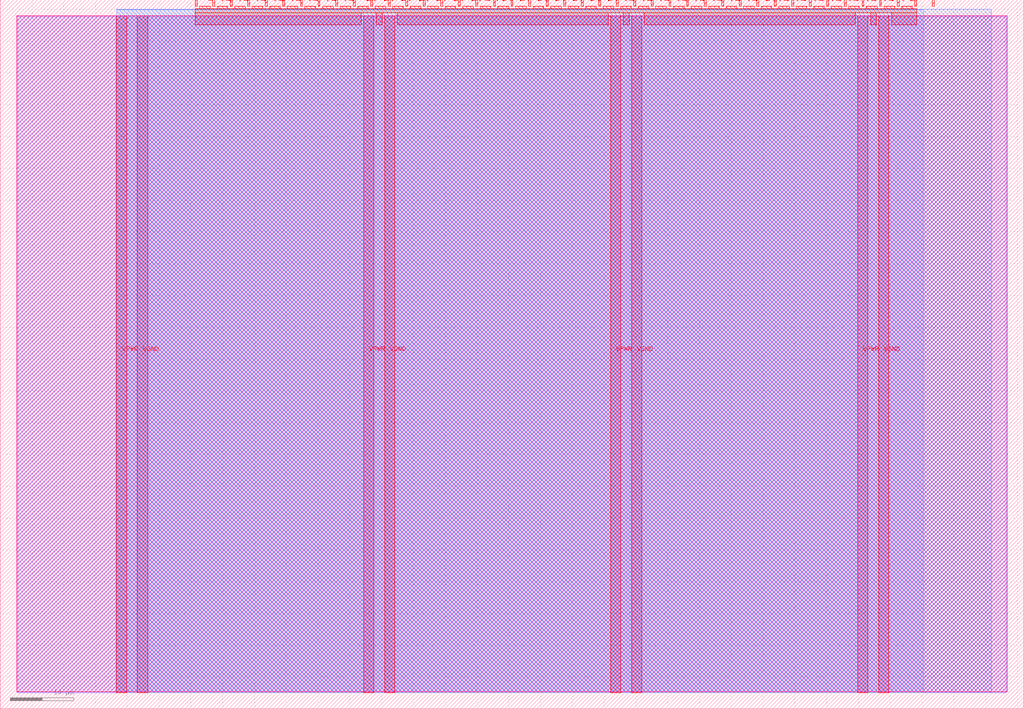
<source format=lef>
VERSION 5.7 ;
  NOWIREEXTENSIONATPIN ON ;
  DIVIDERCHAR "/" ;
  BUSBITCHARS "[]" ;
MACRO tt_um_wokwi_442977436543634433
  CLASS BLOCK ;
  FOREIGN tt_um_wokwi_442977436543634433 ;
  ORIGIN 0.000 0.000 ;
  SIZE 161.000 BY 111.520 ;
  PIN VGND
    DIRECTION INOUT ;
    USE GROUND ;
    PORT
      LAYER met4 ;
        RECT 21.580 2.480 23.180 109.040 ;
    END
    PORT
      LAYER met4 ;
        RECT 60.450 2.480 62.050 109.040 ;
    END
    PORT
      LAYER met4 ;
        RECT 99.320 2.480 100.920 109.040 ;
    END
    PORT
      LAYER met4 ;
        RECT 138.190 2.480 139.790 109.040 ;
    END
  END VGND
  PIN VPWR
    DIRECTION INOUT ;
    USE POWER ;
    PORT
      LAYER met4 ;
        RECT 18.280 2.480 19.880 109.040 ;
    END
    PORT
      LAYER met4 ;
        RECT 57.150 2.480 58.750 109.040 ;
    END
    PORT
      LAYER met4 ;
        RECT 96.020 2.480 97.620 109.040 ;
    END
    PORT
      LAYER met4 ;
        RECT 134.890 2.480 136.490 109.040 ;
    END
  END VPWR
  PIN clk
    DIRECTION INPUT ;
    USE SIGNAL ;
    ANTENNAGATEAREA 0.159000 ;
    PORT
      LAYER met4 ;
        RECT 143.830 110.520 144.130 111.520 ;
    END
  END clk
  PIN ena
    DIRECTION INPUT ;
    USE SIGNAL ;
    PORT
      LAYER met4 ;
        RECT 146.590 110.520 146.890 111.520 ;
    END
  END ena
  PIN rst_n
    DIRECTION INPUT ;
    USE SIGNAL ;
    PORT
      LAYER met4 ;
        RECT 141.070 110.520 141.370 111.520 ;
    END
  END rst_n
  PIN ui_in[0]
    DIRECTION INPUT ;
    USE SIGNAL ;
    PORT
      LAYER met4 ;
        RECT 138.310 110.520 138.610 111.520 ;
    END
  END ui_in[0]
  PIN ui_in[1]
    DIRECTION INPUT ;
    USE SIGNAL ;
    PORT
      LAYER met4 ;
        RECT 135.550 110.520 135.850 111.520 ;
    END
  END ui_in[1]
  PIN ui_in[2]
    DIRECTION INPUT ;
    USE SIGNAL ;
    PORT
      LAYER met4 ;
        RECT 132.790 110.520 133.090 111.520 ;
    END
  END ui_in[2]
  PIN ui_in[3]
    DIRECTION INPUT ;
    USE SIGNAL ;
    PORT
      LAYER met4 ;
        RECT 130.030 110.520 130.330 111.520 ;
    END
  END ui_in[3]
  PIN ui_in[4]
    DIRECTION INPUT ;
    USE SIGNAL ;
    PORT
      LAYER met4 ;
        RECT 127.270 110.520 127.570 111.520 ;
    END
  END ui_in[4]
  PIN ui_in[5]
    DIRECTION INPUT ;
    USE SIGNAL ;
    PORT
      LAYER met4 ;
        RECT 124.510 110.520 124.810 111.520 ;
    END
  END ui_in[5]
  PIN ui_in[6]
    DIRECTION INPUT ;
    USE SIGNAL ;
    PORT
      LAYER met4 ;
        RECT 121.750 110.520 122.050 111.520 ;
    END
  END ui_in[6]
  PIN ui_in[7]
    DIRECTION INPUT ;
    USE SIGNAL ;
    PORT
      LAYER met4 ;
        RECT 118.990 110.520 119.290 111.520 ;
    END
  END ui_in[7]
  PIN uio_in[0]
    DIRECTION INPUT ;
    USE SIGNAL ;
    PORT
      LAYER met4 ;
        RECT 116.230 110.520 116.530 111.520 ;
    END
  END uio_in[0]
  PIN uio_in[1]
    DIRECTION INPUT ;
    USE SIGNAL ;
    PORT
      LAYER met4 ;
        RECT 113.470 110.520 113.770 111.520 ;
    END
  END uio_in[1]
  PIN uio_in[2]
    DIRECTION INPUT ;
    USE SIGNAL ;
    PORT
      LAYER met4 ;
        RECT 110.710 110.520 111.010 111.520 ;
    END
  END uio_in[2]
  PIN uio_in[3]
    DIRECTION INPUT ;
    USE SIGNAL ;
    PORT
      LAYER met4 ;
        RECT 107.950 110.520 108.250 111.520 ;
    END
  END uio_in[3]
  PIN uio_in[4]
    DIRECTION INPUT ;
    USE SIGNAL ;
    PORT
      LAYER met4 ;
        RECT 105.190 110.520 105.490 111.520 ;
    END
  END uio_in[4]
  PIN uio_in[5]
    DIRECTION INPUT ;
    USE SIGNAL ;
    PORT
      LAYER met4 ;
        RECT 102.430 110.520 102.730 111.520 ;
    END
  END uio_in[5]
  PIN uio_in[6]
    DIRECTION INPUT ;
    USE SIGNAL ;
    PORT
      LAYER met4 ;
        RECT 99.670 110.520 99.970 111.520 ;
    END
  END uio_in[6]
  PIN uio_in[7]
    DIRECTION INPUT ;
    USE SIGNAL ;
    PORT
      LAYER met4 ;
        RECT 96.910 110.520 97.210 111.520 ;
    END
  END uio_in[7]
  PIN uio_oe[0]
    DIRECTION OUTPUT ;
    USE SIGNAL ;
    PORT
      LAYER met4 ;
        RECT 49.990 110.520 50.290 111.520 ;
    END
  END uio_oe[0]
  PIN uio_oe[1]
    DIRECTION OUTPUT ;
    USE SIGNAL ;
    PORT
      LAYER met4 ;
        RECT 47.230 110.520 47.530 111.520 ;
    END
  END uio_oe[1]
  PIN uio_oe[2]
    DIRECTION OUTPUT ;
    USE SIGNAL ;
    PORT
      LAYER met4 ;
        RECT 44.470 110.520 44.770 111.520 ;
    END
  END uio_oe[2]
  PIN uio_oe[3]
    DIRECTION OUTPUT ;
    USE SIGNAL ;
    PORT
      LAYER met4 ;
        RECT 41.710 110.520 42.010 111.520 ;
    END
  END uio_oe[3]
  PIN uio_oe[4]
    DIRECTION OUTPUT ;
    USE SIGNAL ;
    PORT
      LAYER met4 ;
        RECT 38.950 110.520 39.250 111.520 ;
    END
  END uio_oe[4]
  PIN uio_oe[5]
    DIRECTION OUTPUT ;
    USE SIGNAL ;
    PORT
      LAYER met4 ;
        RECT 36.190 110.520 36.490 111.520 ;
    END
  END uio_oe[5]
  PIN uio_oe[6]
    DIRECTION OUTPUT ;
    USE SIGNAL ;
    PORT
      LAYER met4 ;
        RECT 33.430 110.520 33.730 111.520 ;
    END
  END uio_oe[6]
  PIN uio_oe[7]
    DIRECTION OUTPUT ;
    USE SIGNAL ;
    PORT
      LAYER met4 ;
        RECT 30.670 110.520 30.970 111.520 ;
    END
  END uio_oe[7]
  PIN uio_out[0]
    DIRECTION OUTPUT ;
    USE SIGNAL ;
    PORT
      LAYER met4 ;
        RECT 72.070 110.520 72.370 111.520 ;
    END
  END uio_out[0]
  PIN uio_out[1]
    DIRECTION OUTPUT ;
    USE SIGNAL ;
    PORT
      LAYER met4 ;
        RECT 69.310 110.520 69.610 111.520 ;
    END
  END uio_out[1]
  PIN uio_out[2]
    DIRECTION OUTPUT ;
    USE SIGNAL ;
    PORT
      LAYER met4 ;
        RECT 66.550 110.520 66.850 111.520 ;
    END
  END uio_out[2]
  PIN uio_out[3]
    DIRECTION OUTPUT ;
    USE SIGNAL ;
    PORT
      LAYER met4 ;
        RECT 63.790 110.520 64.090 111.520 ;
    END
  END uio_out[3]
  PIN uio_out[4]
    DIRECTION OUTPUT ;
    USE SIGNAL ;
    PORT
      LAYER met4 ;
        RECT 61.030 110.520 61.330 111.520 ;
    END
  END uio_out[4]
  PIN uio_out[5]
    DIRECTION OUTPUT ;
    USE SIGNAL ;
    PORT
      LAYER met4 ;
        RECT 58.270 110.520 58.570 111.520 ;
    END
  END uio_out[5]
  PIN uio_out[6]
    DIRECTION OUTPUT ;
    USE SIGNAL ;
    PORT
      LAYER met4 ;
        RECT 55.510 110.520 55.810 111.520 ;
    END
  END uio_out[6]
  PIN uio_out[7]
    DIRECTION OUTPUT ;
    USE SIGNAL ;
    PORT
      LAYER met4 ;
        RECT 52.750 110.520 53.050 111.520 ;
    END
  END uio_out[7]
  PIN uo_out[0]
    DIRECTION OUTPUT ;
    USE SIGNAL ;
    ANTENNADIFFAREA 0.445500 ;
    PORT
      LAYER met4 ;
        RECT 94.150 110.520 94.450 111.520 ;
    END
  END uo_out[0]
  PIN uo_out[1]
    DIRECTION OUTPUT ;
    USE SIGNAL ;
    PORT
      LAYER met4 ;
        RECT 91.390 110.520 91.690 111.520 ;
    END
  END uo_out[1]
  PIN uo_out[2]
    DIRECTION OUTPUT ;
    USE SIGNAL ;
    ANTENNADIFFAREA 0.445500 ;
    PORT
      LAYER met4 ;
        RECT 88.630 110.520 88.930 111.520 ;
    END
  END uo_out[2]
  PIN uo_out[3]
    DIRECTION OUTPUT ;
    USE SIGNAL ;
    ANTENNADIFFAREA 0.445500 ;
    PORT
      LAYER met4 ;
        RECT 85.870 110.520 86.170 111.520 ;
    END
  END uo_out[3]
  PIN uo_out[4]
    DIRECTION OUTPUT ;
    USE SIGNAL ;
    ANTENNADIFFAREA 0.445500 ;
    PORT
      LAYER met4 ;
        RECT 83.110 110.520 83.410 111.520 ;
    END
  END uo_out[4]
  PIN uo_out[5]
    DIRECTION OUTPUT ;
    USE SIGNAL ;
    ANTENNADIFFAREA 0.445500 ;
    PORT
      LAYER met4 ;
        RECT 80.350 110.520 80.650 111.520 ;
    END
  END uo_out[5]
  PIN uo_out[6]
    DIRECTION OUTPUT ;
    USE SIGNAL ;
    ANTENNADIFFAREA 0.445500 ;
    PORT
      LAYER met4 ;
        RECT 77.590 110.520 77.890 111.520 ;
    END
  END uo_out[6]
  PIN uo_out[7]
    DIRECTION OUTPUT ;
    USE SIGNAL ;
    PORT
      LAYER met4 ;
        RECT 74.830 110.520 75.130 111.520 ;
    END
  END uo_out[7]
  OBS
      LAYER nwell ;
        RECT 2.570 2.635 158.430 108.990 ;
      LAYER li1 ;
        RECT 2.760 2.635 158.240 108.885 ;
      LAYER met1 ;
        RECT 2.760 2.480 158.240 109.040 ;
      LAYER met2 ;
        RECT 18.310 2.535 155.840 110.005 ;
      LAYER met3 ;
        RECT 18.290 2.555 145.295 109.985 ;
      LAYER met4 ;
        RECT 31.370 110.120 33.030 110.520 ;
        RECT 34.130 110.120 35.790 110.520 ;
        RECT 36.890 110.120 38.550 110.520 ;
        RECT 39.650 110.120 41.310 110.520 ;
        RECT 42.410 110.120 44.070 110.520 ;
        RECT 45.170 110.120 46.830 110.520 ;
        RECT 47.930 110.120 49.590 110.520 ;
        RECT 50.690 110.120 52.350 110.520 ;
        RECT 53.450 110.120 55.110 110.520 ;
        RECT 56.210 110.120 57.870 110.520 ;
        RECT 58.970 110.120 60.630 110.520 ;
        RECT 61.730 110.120 63.390 110.520 ;
        RECT 64.490 110.120 66.150 110.520 ;
        RECT 67.250 110.120 68.910 110.520 ;
        RECT 70.010 110.120 71.670 110.520 ;
        RECT 72.770 110.120 74.430 110.520 ;
        RECT 75.530 110.120 77.190 110.520 ;
        RECT 78.290 110.120 79.950 110.520 ;
        RECT 81.050 110.120 82.710 110.520 ;
        RECT 83.810 110.120 85.470 110.520 ;
        RECT 86.570 110.120 88.230 110.520 ;
        RECT 89.330 110.120 90.990 110.520 ;
        RECT 92.090 110.120 93.750 110.520 ;
        RECT 94.850 110.120 96.510 110.520 ;
        RECT 97.610 110.120 99.270 110.520 ;
        RECT 100.370 110.120 102.030 110.520 ;
        RECT 103.130 110.120 104.790 110.520 ;
        RECT 105.890 110.120 107.550 110.520 ;
        RECT 108.650 110.120 110.310 110.520 ;
        RECT 111.410 110.120 113.070 110.520 ;
        RECT 114.170 110.120 115.830 110.520 ;
        RECT 116.930 110.120 118.590 110.520 ;
        RECT 119.690 110.120 121.350 110.520 ;
        RECT 122.450 110.120 124.110 110.520 ;
        RECT 125.210 110.120 126.870 110.520 ;
        RECT 127.970 110.120 129.630 110.520 ;
        RECT 130.730 110.120 132.390 110.520 ;
        RECT 133.490 110.120 135.150 110.520 ;
        RECT 136.250 110.120 137.910 110.520 ;
        RECT 139.010 110.120 140.670 110.520 ;
        RECT 141.770 110.120 143.430 110.520 ;
        RECT 30.655 109.440 144.145 110.120 ;
        RECT 30.655 107.615 56.750 109.440 ;
        RECT 59.150 107.615 60.050 109.440 ;
        RECT 62.450 107.615 95.620 109.440 ;
        RECT 98.020 107.615 98.920 109.440 ;
        RECT 101.320 107.615 134.490 109.440 ;
        RECT 136.890 107.615 137.790 109.440 ;
        RECT 140.190 107.615 144.145 109.440 ;
  END
END tt_um_wokwi_442977436543634433
END LIBRARY


</source>
